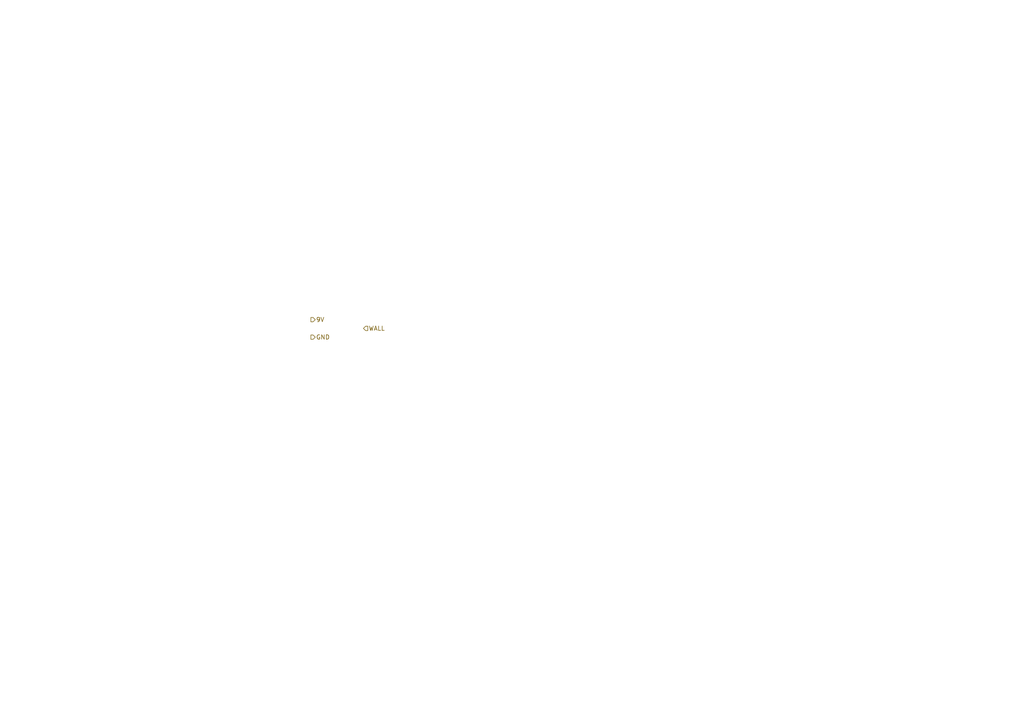
<source format=kicad_sch>
(kicad_sch
	(version 20231120)
	(generator "eeschema")
	(generator_version "8.0")
	(uuid "9d973051-ee78-4c06-9214-607e2e777856")
	(paper "A4")
	(lib_symbols)
	(hierarchical_label "9V"
		(shape output)
		(at 90.17 92.71 0)
		(fields_autoplaced yes)
		(effects
			(font
				(size 1.27 1.27)
			)
			(justify left)
		)
		(uuid "01793827-549f-4929-bbae-01ab1ac4e4c8")
	)
	(hierarchical_label "GND"
		(shape output)
		(at 90.17 97.79 0)
		(fields_autoplaced yes)
		(effects
			(font
				(size 1.27 1.27)
			)
			(justify left)
		)
		(uuid "d5e08303-61ad-4f07-a54b-713bd9c27cbf")
	)
	(hierarchical_label "WALL"
		(shape input)
		(at 105.41 95.25 0)
		(fields_autoplaced yes)
		(effects
			(font
				(size 1.27 1.27)
			)
			(justify left)
		)
		(uuid "d88a271b-437c-4821-8c64-2d30e633dabb")
	)
)

</source>
